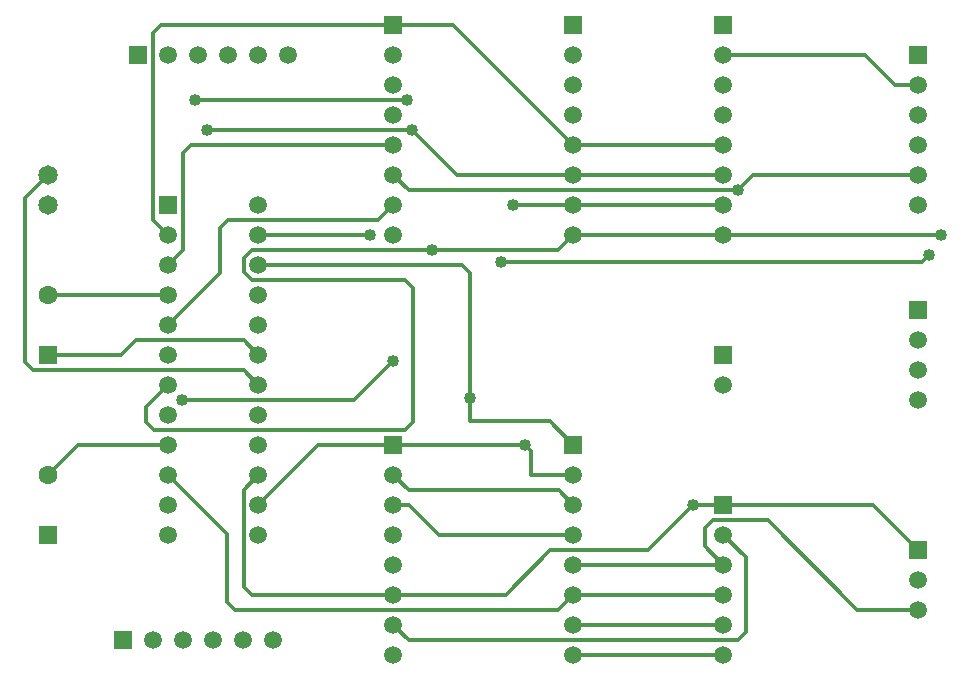
<source format=gbr>
G04 DipTrace 2.4.0.2*
%INTop.gbr*%
%MOIN*%
%ADD13C,0.013*%
%ADD14R,0.0591X0.0591*%
%ADD15C,0.0591*%
%ADD16C,0.065*%
%ADD17C,0.063*%
%ADD18R,0.063X0.063*%
%ADD19C,0.04*%
%FSLAX44Y44*%
G04*
G70*
G90*
G75*
G01*
%LNTop*%
%LPD*%
X5984Y15940D2*
D13*
X8415D1*
X8905Y16430D1*
X12494D1*
X12984Y15940D1*
X28484Y22940D2*
X23484D1*
X17484Y26940D2*
X9734D1*
X9474Y26680D1*
Y20450D1*
X9984Y19940D1*
X23484Y22940D2*
X19484Y26940D1*
X17484D1*
X28484Y21940D2*
X23484D1*
X18099Y23430D2*
X11264D1*
X23484Y21940D2*
X19589D1*
X18099Y23430D1*
X17926Y24430D2*
X10869D1*
X28484Y20940D2*
X23484D1*
X21474D1*
X35734Y19940D2*
X28484D1*
X18764Y19430D2*
X12753D1*
X12494Y19170D1*
Y18690D1*
X12753Y18430D1*
X17879D1*
X18138Y18170D1*
Y13690D1*
X17879Y13430D1*
X9494D1*
X9234Y13690D1*
Y14190D1*
X9984Y14940D1*
X23484Y19940D2*
X22974Y19430D1*
X18764D1*
X28484Y19940D2*
X23484D1*
X17484Y22940D2*
X10734D1*
X10474Y22680D1*
Y19430D1*
X9984Y18940D1*
X34984Y7440D2*
X32949D1*
X29959Y10430D1*
X28129D1*
X27869Y10170D1*
Y9555D1*
X28484Y8940D1*
X35339Y19285D2*
X35089Y19035D1*
X21079D1*
X28484Y8940D2*
X23484D1*
X28484Y7940D2*
X23484D1*
X34984Y21940D2*
X29484D1*
X28974Y21430D1*
X23484Y7940D2*
X22974Y7430D1*
X12199D1*
X11939Y7690D1*
Y9985D1*
X9984Y11940D1*
X28974Y21430D2*
X17994D1*
X17484Y21940D1*
Y20940D2*
X16974Y20430D1*
X11974D1*
X11714Y20170D1*
Y18670D1*
X9984Y16940D1*
X28484Y6940D2*
X23484D1*
X17484Y15750D2*
X16164Y14430D1*
X10426D1*
X28484Y5940D2*
X23484D1*
X9984Y12940D2*
X6984D1*
X5984Y11940D1*
X9984Y17940D2*
X5984D1*
X12984Y14940D2*
X12494Y15430D1*
X5464D1*
X5204Y15690D1*
Y21161D1*
X5984Y21940D1*
X23484Y11940D2*
X22069D1*
Y12740D1*
X21869Y12940D1*
X17484D2*
X14984D1*
X12984Y10940D1*
X21869Y12940D2*
X17484D1*
Y11940D2*
X17994Y11430D1*
X22994D1*
X23484Y10940D1*
X17484D2*
X18001D1*
X19001Y9940D1*
X23484D1*
X16714Y19940D2*
X12984D1*
X23484Y12940D2*
X22694Y13730D1*
X20029D1*
Y14520D1*
Y18680D1*
X19769Y18940D1*
X12984D1*
X34984Y24940D2*
X34215D1*
X33215Y25940D1*
X28484D1*
X34984Y9440D2*
X33484Y10940D1*
X28484D1*
X17484Y7940D2*
X12753D1*
X12494Y8200D1*
Y11450D1*
X12984Y11940D1*
X27474Y10940D2*
X25964Y9430D1*
X22711D1*
X21221Y7940D1*
X17484D1*
X28484Y10940D2*
X27474D1*
X17484Y6940D2*
X17994Y6430D1*
X28974D1*
X29234Y6690D1*
Y9190D1*
X28484Y9940D1*
D19*
X11264Y23430D3*
X18099D3*
X10869Y24430D3*
X17926D3*
X21474Y20940D3*
X18764Y19430D3*
X35734Y19940D3*
X21079Y19035D3*
X35339Y19285D3*
X28974Y21430D3*
X10426Y14430D3*
X17484Y15750D3*
X21869Y12940D3*
X16714Y19940D3*
X20029Y14520D3*
X27474Y10940D3*
D14*
X9984Y20940D3*
D15*
Y19940D3*
Y18940D3*
Y17940D3*
Y16940D3*
Y15940D3*
Y14940D3*
Y13940D3*
Y12940D3*
Y11940D3*
Y10940D3*
Y9940D3*
X12984D3*
Y10940D3*
Y11940D3*
Y12940D3*
Y13940D3*
Y14940D3*
Y15940D3*
Y16940D3*
Y17940D3*
Y18940D3*
Y19940D3*
Y20940D3*
D14*
X28484Y15940D3*
D15*
Y14940D3*
D14*
X8984Y25940D3*
D15*
X9984D3*
X10984D3*
X11984D3*
X12984D3*
X13984D3*
D16*
X5984Y20940D3*
Y21940D3*
D17*
Y11940D3*
D18*
Y9940D3*
D17*
Y17940D3*
D18*
Y15940D3*
D14*
X8484Y6440D3*
D15*
X9484D3*
X10484D3*
X11484D3*
X12484D3*
X13484D3*
D14*
X34984Y9440D3*
D15*
Y8440D3*
Y7440D3*
D14*
Y17440D3*
D15*
Y16440D3*
Y15440D3*
Y14440D3*
D14*
X17484Y26940D3*
D15*
Y25940D3*
Y24940D3*
Y23940D3*
Y22940D3*
Y21940D3*
Y20940D3*
Y19940D3*
D14*
Y12940D3*
D15*
Y11940D3*
Y10940D3*
Y9940D3*
Y8940D3*
Y7940D3*
Y6940D3*
Y5940D3*
D14*
X34984Y25940D3*
D15*
Y24940D3*
Y23940D3*
Y22940D3*
Y21940D3*
Y20940D3*
D14*
X28484Y10940D3*
D15*
Y9940D3*
Y8940D3*
Y7940D3*
Y6940D3*
Y5940D3*
D14*
X23484Y26940D3*
D15*
Y25940D3*
Y24940D3*
Y23940D3*
Y22940D3*
Y21940D3*
Y20940D3*
Y19940D3*
D14*
Y12940D3*
D15*
Y11940D3*
Y10940D3*
Y9940D3*
Y8940D3*
Y7940D3*
Y6940D3*
Y5940D3*
D14*
X28484Y26940D3*
D15*
Y25940D3*
Y24940D3*
Y23940D3*
Y22940D3*
Y21940D3*
Y20940D3*
Y19940D3*
M02*

</source>
